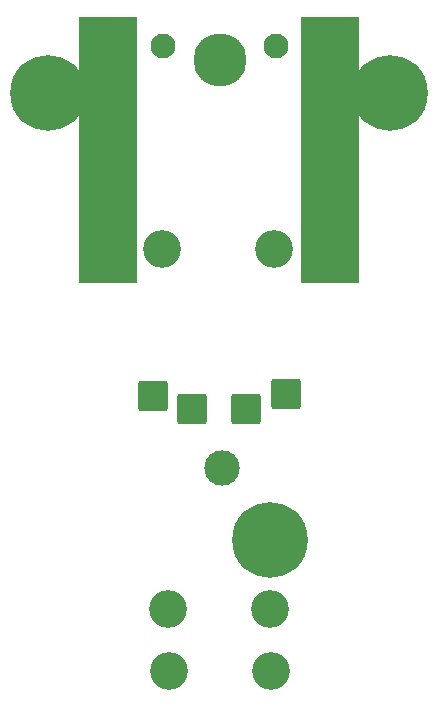
<source format=gbr>
%TF.GenerationSoftware,KiCad,Pcbnew,6.0.2+dfsg-1*%
%TF.CreationDate,2023-02-03T15:07:53+01:00*%
%TF.ProjectId,CoaxBalun,436f6178-4261-46c7-956e-2e6b69636164,rev?*%
%TF.SameCoordinates,Original*%
%TF.FileFunction,Soldermask,Bot*%
%TF.FilePolarity,Negative*%
%FSLAX46Y46*%
G04 Gerber Fmt 4.6, Leading zero omitted, Abs format (unit mm)*
G04 Created by KiCad (PCBNEW 6.0.2+dfsg-1) date 2023-02-03 15:07:53*
%MOMM*%
%LPD*%
G01*
G04 APERTURE LIST*
G04 Aperture macros list*
%AMRoundRect*
0 Rectangle with rounded corners*
0 $1 Rounding radius*
0 $2 $3 $4 $5 $6 $7 $8 $9 X,Y pos of 4 corners*
0 Add a 4 corners polygon primitive as box body*
4,1,4,$2,$3,$4,$5,$6,$7,$8,$9,$2,$3,0*
0 Add four circle primitives for the rounded corners*
1,1,$1+$1,$2,$3*
1,1,$1+$1,$4,$5*
1,1,$1+$1,$6,$7*
1,1,$1+$1,$8,$9*
0 Add four rect primitives between the rounded corners*
20,1,$1+$1,$2,$3,$4,$5,0*
20,1,$1+$1,$4,$5,$6,$7,0*
20,1,$1+$1,$6,$7,$8,$9,0*
20,1,$1+$1,$8,$9,$2,$3,0*%
G04 Aperture macros list end*
%ADD10C,3.200000*%
%ADD11RoundRect,0.249999X-1.025001X-1.025001X1.025001X-1.025001X1.025001X1.025001X-1.025001X1.025001X0*%
%ADD12RoundRect,0.250002X-1.699998X-1.699998X1.699998X-1.699998X1.699998X1.699998X-1.699998X1.699998X0*%
%ADD13C,4.500000*%
%ADD14C,2.100000*%
%ADD15C,6.400000*%
%ADD16C,3.000000*%
%ADD17R,5.000000X22.500000*%
G04 APERTURE END LIST*
D10*
%TO.C,U2*%
X112776000Y-65532000D03*
X122275600Y-65532000D03*
D11*
X119837200Y-79121000D03*
X123266200Y-77851000D03*
X111963200Y-77978000D03*
X115265200Y-79121000D03*
%TD*%
D12*
%TO.C,J5*%
X108204000Y-48260000D03*
%TD*%
D13*
%TO.C,H5*%
X117678200Y-49530000D03*
%TD*%
D12*
%TO.C,J3*%
X127000000Y-48260000D03*
%TD*%
D14*
%TO.C,H4*%
X112801400Y-48387000D03*
%TD*%
D15*
%TO.C,*%
X121920000Y-90170000D03*
%TD*%
%TO.C,H2*%
X103124000Y-52324000D03*
%TD*%
D10*
%TO.C,REF\u002A\u002A*%
X121991969Y-101306569D03*
%TD*%
D16*
%TO.C,*%
X117856000Y-84074000D03*
%TD*%
D10*
%TO.C,REF\u002A\u002A*%
X113284000Y-96012000D03*
%TD*%
D14*
%TO.C,H3*%
X122402600Y-48387000D03*
%TD*%
D10*
%TO.C,REF\u002A\u002A*%
X113355969Y-101306569D03*
%TD*%
D15*
%TO.C,H1*%
X132080000Y-52324000D03*
%TD*%
D10*
%TO.C,REF\u002A\u002A*%
X121920000Y-96012000D03*
%TD*%
D17*
%TO.C,J4*%
X127000000Y-57150000D03*
%TD*%
%TO.C,J6*%
X108204000Y-57150000D03*
%TD*%
M02*

</source>
